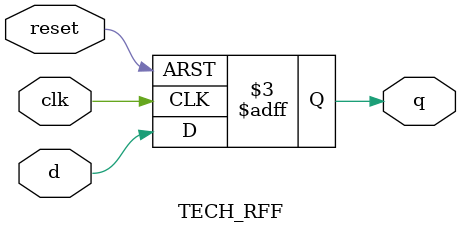
<source format=v>
/* 
Copyright (C) 2009-2010 Parvez Ahmad
Written by Parvez Ahmad <parvez_ahmad@yahoo.co.uk>.

This program is free software: you can redistribute it and/or modify
it under the terms of the GNU General Public License as published by
the Free Software Foundation; either version 3 of the License, or
(at your option) any later version.

This program is distributed in the hope that it will be useful,
but WITHOUT ANY WARRANTY; without even the implied warranty of
MERCHANTABILITY or FITNESS FOR A PARTICULAR PURPOSE.  See the
GNU General Public License for more details.

You should have received a copy of the GNU General Public License
along with this program.  If not, see <http://www.gnu.org/licenses/>.  */

module TECH_RFF(input d, clk, reset, output reg q);
always @(posedge clk or negedge reset) 
    if(!reset)
	    q <= 0;
	else	
        q <= d;
endmodule	



</source>
